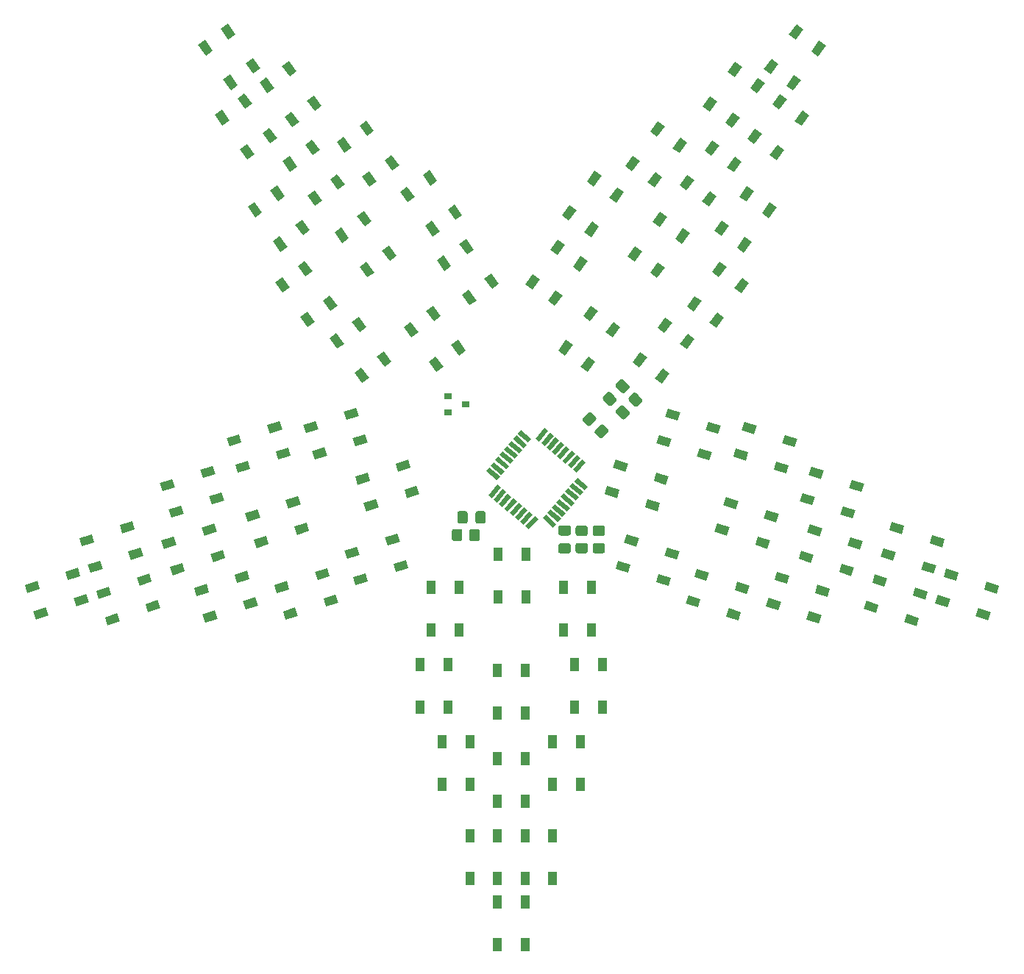
<source format=gbr>
%TF.GenerationSoftware,KiCad,Pcbnew,(5.1.8)-1*%
%TF.CreationDate,2021-10-28T00:16:18+03:00*%
%TF.ProjectId,StarDuino,53746172-4475-4696-9e6f-2e6b69636164,rev?*%
%TF.SameCoordinates,Original*%
%TF.FileFunction,Paste,Top*%
%TF.FilePolarity,Positive*%
%FSLAX46Y46*%
G04 Gerber Fmt 4.6, Leading zero omitted, Abs format (unit mm)*
G04 Created by KiCad (PCBNEW (5.1.8)-1) date 2021-10-28 00:16:18*
%MOMM*%
%LPD*%
G01*
G04 APERTURE LIST*
%ADD10C,0.100000*%
%ADD11R,0.900000X0.800000*%
%ADD12R,1.000000X1.500000*%
G04 APERTURE END LIST*
%TO.C,R4*%
G36*
G01*
X115194501Y-101200000D02*
X114294499Y-101200000D01*
G75*
G02*
X114044500Y-100950001I0J249999D01*
G01*
X114044500Y-100249999D01*
G75*
G02*
X114294499Y-100000000I249999J0D01*
G01*
X115194501Y-100000000D01*
G75*
G02*
X115444500Y-100249999I0J-249999D01*
G01*
X115444500Y-100950001D01*
G75*
G02*
X115194501Y-101200000I-249999J0D01*
G01*
G37*
G36*
G01*
X115194501Y-103200000D02*
X114294499Y-103200000D01*
G75*
G02*
X114044500Y-102950001I0J249999D01*
G01*
X114044500Y-102249999D01*
G75*
G02*
X114294499Y-102000000I249999J0D01*
G01*
X115194501Y-102000000D01*
G75*
G02*
X115444500Y-102249999I0J-249999D01*
G01*
X115444500Y-102950001D01*
G75*
G02*
X115194501Y-103200000I-249999J0D01*
G01*
G37*
%TD*%
%TO.C,R3*%
G36*
G01*
X113226001Y-101200000D02*
X112325999Y-101200000D01*
G75*
G02*
X112076000Y-100950001I0J249999D01*
G01*
X112076000Y-100249999D01*
G75*
G02*
X112325999Y-100000000I249999J0D01*
G01*
X113226001Y-100000000D01*
G75*
G02*
X113476000Y-100249999I0J-249999D01*
G01*
X113476000Y-100950001D01*
G75*
G02*
X113226001Y-101200000I-249999J0D01*
G01*
G37*
G36*
G01*
X113226001Y-103200000D02*
X112325999Y-103200000D01*
G75*
G02*
X112076000Y-102950001I0J249999D01*
G01*
X112076000Y-102249999D01*
G75*
G02*
X112325999Y-102000000I249999J0D01*
G01*
X113226001Y-102000000D01*
G75*
G02*
X113476000Y-102249999I0J-249999D01*
G01*
X113476000Y-102950001D01*
G75*
G02*
X113226001Y-103200000I-249999J0D01*
G01*
G37*
%TD*%
%TO.C,C5*%
G36*
G01*
X111282500Y-101150000D02*
X110332500Y-101150000D01*
G75*
G02*
X110082500Y-100900000I0J250000D01*
G01*
X110082500Y-100225000D01*
G75*
G02*
X110332500Y-99975000I250000J0D01*
G01*
X111282500Y-99975000D01*
G75*
G02*
X111532500Y-100225000I0J-250000D01*
G01*
X111532500Y-100900000D01*
G75*
G02*
X111282500Y-101150000I-250000J0D01*
G01*
G37*
G36*
G01*
X111282500Y-103225000D02*
X110332500Y-103225000D01*
G75*
G02*
X110082500Y-102975000I0J250000D01*
G01*
X110082500Y-102300000D01*
G75*
G02*
X110332500Y-102050000I250000J0D01*
G01*
X111282500Y-102050000D01*
G75*
G02*
X111532500Y-102300000I0J-250000D01*
G01*
X111532500Y-102975000D01*
G75*
G02*
X111282500Y-103225000I-250000J0D01*
G01*
G37*
%TD*%
%TO.C,R1*%
G36*
G01*
X114390249Y-87845851D02*
X113753851Y-88482249D01*
G75*
G02*
X113400299Y-88482249I-176776J176776D01*
G01*
X112905323Y-87987273D01*
G75*
G02*
X112905323Y-87633721I176776J176776D01*
G01*
X113541721Y-86997323D01*
G75*
G02*
X113895273Y-86997323I176776J-176776D01*
G01*
X114390249Y-87492299D01*
G75*
G02*
X114390249Y-87845851I-176776J-176776D01*
G01*
G37*
G36*
G01*
X115804463Y-89260065D02*
X115168065Y-89896463D01*
G75*
G02*
X114814513Y-89896463I-176776J176776D01*
G01*
X114319537Y-89401487D01*
G75*
G02*
X114319537Y-89047935I176776J176776D01*
G01*
X114955935Y-88411537D01*
G75*
G02*
X115309487Y-88411537I176776J-176776D01*
G01*
X115804463Y-88906513D01*
G75*
G02*
X115804463Y-89260065I-176776J-176776D01*
G01*
G37*
%TD*%
%TO.C,C4*%
G36*
G01*
X99647500Y-98585000D02*
X99647500Y-99535000D01*
G75*
G02*
X99397500Y-99785000I-250000J0D01*
G01*
X98722500Y-99785000D01*
G75*
G02*
X98472500Y-99535000I0J250000D01*
G01*
X98472500Y-98585000D01*
G75*
G02*
X98722500Y-98335000I250000J0D01*
G01*
X99397500Y-98335000D01*
G75*
G02*
X99647500Y-98585000I0J-250000D01*
G01*
G37*
G36*
G01*
X101722500Y-98585000D02*
X101722500Y-99535000D01*
G75*
G02*
X101472500Y-99785000I-250000J0D01*
G01*
X100797500Y-99785000D01*
G75*
G02*
X100547500Y-99535000I0J250000D01*
G01*
X100547500Y-98585000D01*
G75*
G02*
X100797500Y-98335000I250000J0D01*
G01*
X101472500Y-98335000D01*
G75*
G02*
X101722500Y-98585000I0J-250000D01*
G01*
G37*
%TD*%
D10*
%TO.C,D30*%
G36*
X81221544Y-61992525D02*
G01*
X82030561Y-61404740D01*
X82912238Y-62618265D01*
X82103221Y-63206050D01*
X81221544Y-61992525D01*
G37*
G36*
X83810398Y-60111612D02*
G01*
X84619415Y-59523827D01*
X85501092Y-60737352D01*
X84692075Y-61325137D01*
X83810398Y-60111612D01*
G37*
G36*
X78341396Y-58028342D02*
G01*
X79150413Y-57440557D01*
X80032090Y-58654082D01*
X79223073Y-59241867D01*
X78341396Y-58028342D01*
G37*
G36*
X80930250Y-56147429D02*
G01*
X81739267Y-55559644D01*
X82620944Y-56773169D01*
X81811927Y-57360954D01*
X80930250Y-56147429D01*
G37*
%TD*%
%TO.C,C1*%
G36*
G01*
X117395450Y-84698301D02*
X116723699Y-84026550D01*
G75*
G02*
X116723699Y-83672996I176777J176777D01*
G01*
X117200996Y-83195699D01*
G75*
G02*
X117554550Y-83195699I176777J-176777D01*
G01*
X118226301Y-83867450D01*
G75*
G02*
X118226301Y-84221004I-176777J-176777D01*
G01*
X117749004Y-84698301D01*
G75*
G02*
X117395450Y-84698301I-176777J176777D01*
G01*
G37*
G36*
G01*
X115928204Y-86165547D02*
X115256453Y-85493796D01*
G75*
G02*
X115256453Y-85140242I176777J176777D01*
G01*
X115733750Y-84662945D01*
G75*
G02*
X116087304Y-84662945I176777J-176777D01*
G01*
X116759055Y-85334696D01*
G75*
G02*
X116759055Y-85688250I-176777J-176777D01*
G01*
X116281758Y-86165547D01*
G75*
G02*
X115928204Y-86165547I-176777J176777D01*
G01*
G37*
%TD*%
%TO.C,C2*%
G36*
G01*
X117423827Y-87717924D02*
X116752076Y-87046173D01*
G75*
G02*
X116752076Y-86692619I176777J176777D01*
G01*
X117229373Y-86215322D01*
G75*
G02*
X117582927Y-86215322I176777J-176777D01*
G01*
X118254678Y-86887073D01*
G75*
G02*
X118254678Y-87240627I-176777J-176777D01*
G01*
X117777381Y-87717924D01*
G75*
G02*
X117423827Y-87717924I-176777J176777D01*
G01*
G37*
G36*
G01*
X118891073Y-86250678D02*
X118219322Y-85578927D01*
G75*
G02*
X118219322Y-85225373I176777J176777D01*
G01*
X118696619Y-84748076D01*
G75*
G02*
X119050173Y-84748076I176777J-176777D01*
G01*
X119721924Y-85419827D01*
G75*
G02*
X119721924Y-85773381I-176777J-176777D01*
G01*
X119244627Y-86250678D01*
G75*
G02*
X118891073Y-86250678I-176777J176777D01*
G01*
G37*
%TD*%
D11*
%TO.C,Q1*%
X97425000Y-85092500D03*
X97425000Y-86992500D03*
X99425000Y-86042500D03*
%TD*%
D10*
%TO.C,U1*%
G36*
X112812840Y-92369514D02*
G01*
X113234164Y-92723047D01*
X112205704Y-93948718D01*
X111784380Y-93595185D01*
X112812840Y-92369514D01*
G37*
G36*
X112200004Y-91855284D02*
G01*
X112621328Y-92208817D01*
X111592868Y-93434488D01*
X111171544Y-93080955D01*
X112200004Y-91855284D01*
G37*
G36*
X111587169Y-91341054D02*
G01*
X112008493Y-91694587D01*
X110980033Y-92920258D01*
X110558709Y-92566725D01*
X111587169Y-91341054D01*
G37*
G36*
X110974333Y-90826824D02*
G01*
X111395657Y-91180357D01*
X110367197Y-92406028D01*
X109945873Y-92052495D01*
X110974333Y-90826824D01*
G37*
G36*
X110361498Y-90312594D02*
G01*
X110782822Y-90666127D01*
X109754362Y-91891798D01*
X109333038Y-91538265D01*
X110361498Y-90312594D01*
G37*
G36*
X109748662Y-89798364D02*
G01*
X110169986Y-90151897D01*
X109141526Y-91377568D01*
X108720202Y-91024035D01*
X109748662Y-89798364D01*
G37*
G36*
X109135826Y-89284134D02*
G01*
X109557150Y-89637667D01*
X108528690Y-90863338D01*
X108107366Y-90509805D01*
X109135826Y-89284134D01*
G37*
G36*
X108522991Y-88769904D02*
G01*
X108944315Y-89123437D01*
X107915855Y-90349108D01*
X107494531Y-89995575D01*
X108522991Y-88769904D01*
G37*
G36*
X105387014Y-89434660D02*
G01*
X105740547Y-89013336D01*
X106966218Y-90041796D01*
X106612685Y-90463120D01*
X105387014Y-89434660D01*
G37*
G36*
X104872784Y-90047496D02*
G01*
X105226317Y-89626172D01*
X106451988Y-90654632D01*
X106098455Y-91075956D01*
X104872784Y-90047496D01*
G37*
G36*
X104358554Y-90660331D02*
G01*
X104712087Y-90239007D01*
X105937758Y-91267467D01*
X105584225Y-91688791D01*
X104358554Y-90660331D01*
G37*
G36*
X103844324Y-91273167D02*
G01*
X104197857Y-90851843D01*
X105423528Y-91880303D01*
X105069995Y-92301627D01*
X103844324Y-91273167D01*
G37*
G36*
X103330094Y-91886002D02*
G01*
X103683627Y-91464678D01*
X104909298Y-92493138D01*
X104555765Y-92914462D01*
X103330094Y-91886002D01*
G37*
G36*
X102815864Y-92498838D02*
G01*
X103169397Y-92077514D01*
X104395068Y-93105974D01*
X104041535Y-93527298D01*
X102815864Y-92498838D01*
G37*
G36*
X102301634Y-93111674D02*
G01*
X102655167Y-92690350D01*
X103880838Y-93718810D01*
X103527305Y-94140134D01*
X102301634Y-93111674D01*
G37*
G36*
X101787404Y-93724509D02*
G01*
X102140937Y-93303185D01*
X103366608Y-94331645D01*
X103013075Y-94752969D01*
X101787404Y-93724509D01*
G37*
G36*
X103059296Y-95281282D02*
G01*
X103480620Y-95634815D01*
X102452160Y-96860486D01*
X102030836Y-96506953D01*
X103059296Y-95281282D01*
G37*
G36*
X103672132Y-95795512D02*
G01*
X104093456Y-96149045D01*
X103064996Y-97374716D01*
X102643672Y-97021183D01*
X103672132Y-95795512D01*
G37*
G36*
X104284967Y-96309742D02*
G01*
X104706291Y-96663275D01*
X103677831Y-97888946D01*
X103256507Y-97535413D01*
X104284967Y-96309742D01*
G37*
G36*
X104897803Y-96823972D02*
G01*
X105319127Y-97177505D01*
X104290667Y-98403176D01*
X103869343Y-98049643D01*
X104897803Y-96823972D01*
G37*
G36*
X105510638Y-97338202D02*
G01*
X105931962Y-97691735D01*
X104903502Y-98917406D01*
X104482178Y-98563873D01*
X105510638Y-97338202D01*
G37*
G36*
X106123474Y-97852432D02*
G01*
X106544798Y-98205965D01*
X105516338Y-99431636D01*
X105095014Y-99078103D01*
X106123474Y-97852432D01*
G37*
G36*
X106736310Y-98366662D02*
G01*
X107157634Y-98720195D01*
X106129174Y-99945866D01*
X105707850Y-99592333D01*
X106736310Y-98366662D01*
G37*
G36*
X107349145Y-98880892D02*
G01*
X107770469Y-99234425D01*
X106742009Y-100460096D01*
X106320685Y-100106563D01*
X107349145Y-98880892D01*
G37*
G36*
X108298782Y-99188204D02*
G01*
X108652315Y-98766880D01*
X109877986Y-99795340D01*
X109524453Y-100216664D01*
X108298782Y-99188204D01*
G37*
G36*
X108813012Y-98575368D02*
G01*
X109166545Y-98154044D01*
X110392216Y-99182504D01*
X110038683Y-99603828D01*
X108813012Y-98575368D01*
G37*
G36*
X109327242Y-97962533D02*
G01*
X109680775Y-97541209D01*
X110906446Y-98569669D01*
X110552913Y-98990993D01*
X109327242Y-97962533D01*
G37*
G36*
X109841472Y-97349697D02*
G01*
X110195005Y-96928373D01*
X111420676Y-97956833D01*
X111067143Y-98378157D01*
X109841472Y-97349697D01*
G37*
G36*
X110355702Y-96736862D02*
G01*
X110709235Y-96315538D01*
X111934906Y-97343998D01*
X111581373Y-97765322D01*
X110355702Y-96736862D01*
G37*
G36*
X110869932Y-96124026D02*
G01*
X111223465Y-95702702D01*
X112449136Y-96731162D01*
X112095603Y-97152486D01*
X110869932Y-96124026D01*
G37*
G36*
X111384162Y-95511190D02*
G01*
X111737695Y-95089866D01*
X112963366Y-96118326D01*
X112609833Y-96539650D01*
X111384162Y-95511190D01*
G37*
G36*
X111898392Y-94898355D02*
G01*
X112251925Y-94477031D01*
X113477596Y-95505491D01*
X113124063Y-95926815D01*
X111898392Y-94898355D01*
G37*
%TD*%
D12*
%TO.C,D1*%
X99898744Y-140610047D03*
X103098744Y-140610047D03*
X99898744Y-135710047D03*
X103098744Y-135710047D03*
%TD*%
%TO.C,D2*%
X99923744Y-124915046D03*
X96723744Y-124915046D03*
X99923744Y-129815046D03*
X96723744Y-129815046D03*
%TD*%
%TO.C,D3*%
X94183745Y-120925046D03*
X97383745Y-120925046D03*
X94183745Y-116025046D03*
X97383745Y-116025046D03*
%TD*%
%TO.C,D4*%
X98653744Y-107135047D03*
X95453744Y-107135047D03*
X98653744Y-112035047D03*
X95453744Y-112035047D03*
%TD*%
%TO.C,D5*%
X106273743Y-143330046D03*
X103073743Y-143330046D03*
X106273743Y-148230046D03*
X103073743Y-148230046D03*
%TD*%
%TO.C,D6*%
X103073745Y-131720046D03*
X106273745Y-131720046D03*
X103073745Y-126820046D03*
X106273745Y-126820046D03*
%TD*%
%TO.C,D7*%
X106273743Y-116660046D03*
X103073743Y-116660046D03*
X106273743Y-121560046D03*
X103073743Y-121560046D03*
%TD*%
%TO.C,D8*%
X103149944Y-108237747D03*
X106349944Y-108237747D03*
X103149944Y-103337747D03*
X106349944Y-103337747D03*
%TD*%
%TO.C,D9*%
X106248744Y-140610046D03*
X109448744Y-140610046D03*
X106248744Y-135710046D03*
X109448744Y-135710046D03*
%TD*%
%TO.C,D10*%
X112623745Y-124915046D03*
X109423745Y-124915046D03*
X112623745Y-129815046D03*
X109423745Y-129815046D03*
%TD*%
%TO.C,D11*%
X111963744Y-120925046D03*
X115163744Y-120925046D03*
X111963744Y-116025046D03*
X115163744Y-116025046D03*
%TD*%
%TO.C,D12*%
X113893744Y-107135046D03*
X110693744Y-107135046D03*
X113893744Y-112035046D03*
X110693744Y-112035046D03*
%TD*%
D10*
%TO.C,D13*%
G36*
X60903875Y-103945737D02*
G01*
X60594858Y-102994680D01*
X62021443Y-102531155D01*
X62330460Y-103482212D01*
X60903875Y-103945737D01*
G37*
G36*
X59915020Y-100902356D02*
G01*
X59606003Y-99951299D01*
X61032588Y-99487774D01*
X61341605Y-100438831D01*
X59915020Y-100902356D01*
G37*
G36*
X56243698Y-105459920D02*
G01*
X55934681Y-104508863D01*
X57361266Y-104045338D01*
X57670283Y-104996395D01*
X56243698Y-105459920D01*
G37*
G36*
X55254843Y-102416539D02*
G01*
X54945826Y-101465482D01*
X56372411Y-101001957D01*
X56681428Y-101953014D01*
X55254843Y-102416539D01*
G37*
%TD*%
%TO.C,D14*%
G36*
X64544844Y-96056538D02*
G01*
X64235827Y-95105481D01*
X65662412Y-94641956D01*
X65971429Y-95593013D01*
X64544844Y-96056538D01*
G37*
G36*
X65533699Y-99099919D02*
G01*
X65224682Y-98148862D01*
X66651267Y-97685337D01*
X66960284Y-98636394D01*
X65533699Y-99099919D01*
G37*
G36*
X69205021Y-94542355D02*
G01*
X68896004Y-93591298D01*
X70322589Y-93127773D01*
X70631606Y-94078830D01*
X69205021Y-94542355D01*
G37*
G36*
X70193876Y-97585736D02*
G01*
X69884859Y-96634679D01*
X71311444Y-96171154D01*
X71620461Y-97122211D01*
X70193876Y-97585736D01*
G37*
%TD*%
%TO.C,D15*%
G36*
X77863875Y-92425737D02*
G01*
X77554858Y-91474680D01*
X78981443Y-91011155D01*
X79290460Y-91962212D01*
X77863875Y-92425737D01*
G37*
G36*
X76875020Y-89382356D02*
G01*
X76566003Y-88431299D01*
X77992588Y-87967774D01*
X78301605Y-88918831D01*
X76875020Y-89382356D01*
G37*
G36*
X73203698Y-93939920D02*
G01*
X72894681Y-92988863D01*
X74321266Y-92525338D01*
X74630283Y-93476395D01*
X73203698Y-93939920D01*
G37*
G36*
X72214843Y-90896539D02*
G01*
X71905826Y-89945482D01*
X73332411Y-89481957D01*
X73641428Y-90433014D01*
X72214843Y-90896539D01*
G37*
%TD*%
%TO.C,D16*%
G36*
X81054843Y-89356538D02*
G01*
X80745826Y-88405481D01*
X82172411Y-87941956D01*
X82481428Y-88893013D01*
X81054843Y-89356538D01*
G37*
G36*
X82043698Y-92399919D02*
G01*
X81734681Y-91448862D01*
X83161266Y-90985337D01*
X83470283Y-91936394D01*
X82043698Y-92399919D01*
G37*
G36*
X85715020Y-87842355D02*
G01*
X85406003Y-86891298D01*
X86832588Y-86427773D01*
X87141605Y-87378830D01*
X85715020Y-87842355D01*
G37*
G36*
X86703875Y-90885736D02*
G01*
X86394858Y-89934679D01*
X87821443Y-89471154D01*
X88130460Y-90422211D01*
X86703875Y-90885736D01*
G37*
%TD*%
%TO.C,D17*%
G36*
X48994843Y-107786539D02*
G01*
X48685826Y-106835482D01*
X50112411Y-106371957D01*
X50421428Y-107323014D01*
X48994843Y-107786539D01*
G37*
G36*
X49983698Y-110829920D02*
G01*
X49674681Y-109878863D01*
X51101266Y-109415338D01*
X51410283Y-110366395D01*
X49983698Y-110829920D01*
G37*
G36*
X53655020Y-106272356D02*
G01*
X53346003Y-105321299D01*
X54772588Y-104857774D01*
X55081605Y-105808831D01*
X53655020Y-106272356D01*
G37*
G36*
X54643875Y-109315737D02*
G01*
X54334858Y-108364680D01*
X55761443Y-107901155D01*
X56070460Y-108852212D01*
X54643875Y-109315737D01*
G37*
%TD*%
%TO.C,D18*%
G36*
X70343875Y-104215736D02*
G01*
X70034858Y-103264679D01*
X71461443Y-102801154D01*
X71770460Y-103752211D01*
X70343875Y-104215736D01*
G37*
G36*
X69355020Y-101172355D02*
G01*
X69046003Y-100221298D01*
X70472588Y-99757773D01*
X70781605Y-100708830D01*
X69355020Y-101172355D01*
G37*
G36*
X65683698Y-105729919D02*
G01*
X65374681Y-104778862D01*
X66801266Y-104315337D01*
X67110283Y-105266394D01*
X65683698Y-105729919D01*
G37*
G36*
X64694843Y-102686538D02*
G01*
X64385826Y-101735481D01*
X65812411Y-101271956D01*
X66121428Y-102223013D01*
X64694843Y-102686538D01*
G37*
%TD*%
%TO.C,D19*%
G36*
X74354845Y-99546538D02*
G01*
X74045828Y-98595481D01*
X75472413Y-98131956D01*
X75781430Y-99083013D01*
X74354845Y-99546538D01*
G37*
G36*
X75343700Y-102589919D02*
G01*
X75034683Y-101638862D01*
X76461268Y-101175337D01*
X76770285Y-102126394D01*
X75343700Y-102589919D01*
G37*
G36*
X79015022Y-98032355D02*
G01*
X78706005Y-97081298D01*
X80132590Y-96617773D01*
X80441607Y-97568830D01*
X79015022Y-98032355D01*
G37*
G36*
X80003877Y-101075736D02*
G01*
X79694860Y-100124679D01*
X81121445Y-99661154D01*
X81430462Y-100612211D01*
X80003877Y-101075736D01*
G37*
%TD*%
%TO.C,D20*%
G36*
X92664676Y-96845635D02*
G01*
X92355659Y-95894578D01*
X93782244Y-95431053D01*
X94091261Y-96382110D01*
X92664676Y-96845635D01*
G37*
G36*
X91675821Y-93802254D02*
G01*
X91366804Y-92851197D01*
X92793389Y-92387672D01*
X93102406Y-93338729D01*
X91675821Y-93802254D01*
G37*
G36*
X88004499Y-98359818D02*
G01*
X87695482Y-97408761D01*
X89122067Y-96945236D01*
X89431084Y-97896293D01*
X88004499Y-98359818D01*
G37*
G36*
X87015644Y-95316437D02*
G01*
X86706627Y-94365380D01*
X88133212Y-93901855D01*
X88442229Y-94852912D01*
X87015644Y-95316437D01*
G37*
%TD*%
%TO.C,D21*%
G36*
X62863875Y-109985737D02*
G01*
X62554858Y-109034680D01*
X63981443Y-108571155D01*
X64290460Y-109522212D01*
X62863875Y-109985737D01*
G37*
G36*
X61875020Y-106942356D02*
G01*
X61566003Y-105991299D01*
X62992588Y-105527774D01*
X63301605Y-106478831D01*
X61875020Y-106942356D01*
G37*
G36*
X58203698Y-111499920D02*
G01*
X57894681Y-110548863D01*
X59321266Y-110085338D01*
X59630283Y-111036395D01*
X58203698Y-111499920D01*
G37*
G36*
X57214843Y-108456539D02*
G01*
X56905826Y-107505482D01*
X58332411Y-107041957D01*
X58641428Y-107993014D01*
X57214843Y-108456539D01*
G37*
%TD*%
%TO.C,D22*%
G36*
X68464843Y-108136538D02*
G01*
X68155826Y-107185481D01*
X69582411Y-106721956D01*
X69891428Y-107673013D01*
X68464843Y-108136538D01*
G37*
G36*
X69453698Y-111179919D02*
G01*
X69144681Y-110228862D01*
X70571266Y-109765337D01*
X70880283Y-110716394D01*
X69453698Y-111179919D01*
G37*
G36*
X73125020Y-106622355D02*
G01*
X72816003Y-105671298D01*
X74242588Y-105207773D01*
X74551605Y-106158830D01*
X73125020Y-106622355D01*
G37*
G36*
X74113875Y-109665736D02*
G01*
X73804858Y-108714679D01*
X75231443Y-108251154D01*
X75540460Y-109202211D01*
X74113875Y-109665736D01*
G37*
%TD*%
%TO.C,D23*%
G36*
X83353877Y-109335737D02*
G01*
X83044860Y-108384680D01*
X84471445Y-107921155D01*
X84780462Y-108872212D01*
X83353877Y-109335737D01*
G37*
G36*
X82365022Y-106292356D02*
G01*
X82056005Y-105341299D01*
X83482590Y-104877774D01*
X83791607Y-105828831D01*
X82365022Y-106292356D01*
G37*
G36*
X78693700Y-110849920D02*
G01*
X78384683Y-109898863D01*
X79811268Y-109435338D01*
X80120285Y-110386395D01*
X78693700Y-110849920D01*
G37*
G36*
X77704845Y-107806539D02*
G01*
X77395828Y-106855482D01*
X78822413Y-106391957D01*
X79131430Y-107343014D01*
X77704845Y-107806539D01*
G37*
%TD*%
%TO.C,D24*%
G36*
X85764843Y-103846538D02*
G01*
X85455826Y-102895481D01*
X86882411Y-102431956D01*
X87191428Y-103383013D01*
X85764843Y-103846538D01*
G37*
G36*
X86753698Y-106889919D02*
G01*
X86444681Y-105938862D01*
X87871266Y-105475337D01*
X88180283Y-106426394D01*
X86753698Y-106889919D01*
G37*
G36*
X90425020Y-102332355D02*
G01*
X90116003Y-101381298D01*
X91542588Y-100917773D01*
X91851605Y-101868830D01*
X90425020Y-102332355D01*
G37*
G36*
X91413875Y-105375736D02*
G01*
X91104858Y-104424679D01*
X92531443Y-103961154D01*
X92840460Y-104912211D01*
X91413875Y-105375736D01*
G37*
%TD*%
%TO.C,D25*%
G36*
X78270250Y-47087429D02*
G01*
X79079267Y-46499644D01*
X79960944Y-47713169D01*
X79151927Y-48300954D01*
X78270250Y-47087429D01*
G37*
G36*
X75681396Y-48968342D02*
G01*
X76490413Y-48380557D01*
X77372090Y-49594082D01*
X76563073Y-50181867D01*
X75681396Y-48968342D01*
G37*
G36*
X81150398Y-51051612D02*
G01*
X81959415Y-50463827D01*
X82841092Y-51677352D01*
X82032075Y-52265137D01*
X81150398Y-51051612D01*
G37*
G36*
X78561544Y-52932525D02*
G01*
X79370561Y-52344740D01*
X80252238Y-53558265D01*
X79443221Y-54146050D01*
X78561544Y-52932525D01*
G37*
%TD*%
%TO.C,D26*%
G36*
X87481544Y-59792525D02*
G01*
X88290561Y-59204740D01*
X89172238Y-60418265D01*
X88363221Y-61006050D01*
X87481544Y-59792525D01*
G37*
G36*
X90070398Y-57911612D02*
G01*
X90879415Y-57323827D01*
X91761092Y-58537352D01*
X90952075Y-59125137D01*
X90070398Y-57911612D01*
G37*
G36*
X84601396Y-55828342D02*
G01*
X85410413Y-55240557D01*
X86292090Y-56454082D01*
X85483073Y-57041867D01*
X84601396Y-55828342D01*
G37*
G36*
X87190250Y-53947429D02*
G01*
X87999267Y-53359644D01*
X88880944Y-54573169D01*
X88071927Y-55160954D01*
X87190250Y-53947429D01*
G37*
%TD*%
%TO.C,D27*%
G36*
X94470250Y-59647428D02*
G01*
X95279267Y-59059643D01*
X96160944Y-60273168D01*
X95351927Y-60860953D01*
X94470250Y-59647428D01*
G37*
G36*
X91881396Y-61528341D02*
G01*
X92690413Y-60940556D01*
X93572090Y-62154081D01*
X92763073Y-62741866D01*
X91881396Y-61528341D01*
G37*
G36*
X97350398Y-63611611D02*
G01*
X98159415Y-63023826D01*
X99041092Y-64237351D01*
X98232075Y-64825136D01*
X97350398Y-63611611D01*
G37*
G36*
X94761544Y-65492524D02*
G01*
X95570561Y-64904739D01*
X96452238Y-66118264D01*
X95643221Y-66706049D01*
X94761544Y-65492524D01*
G37*
%TD*%
%TO.C,D28*%
G36*
X98670250Y-67587428D02*
G01*
X99479267Y-66999643D01*
X100360944Y-68213168D01*
X99551927Y-68800953D01*
X98670250Y-67587428D01*
G37*
G36*
X96081396Y-69468341D02*
G01*
X96890413Y-68880556D01*
X97772090Y-70094081D01*
X96963073Y-70681866D01*
X96081396Y-69468341D01*
G37*
G36*
X101550398Y-71551611D02*
G01*
X102359415Y-70963826D01*
X103241092Y-72177351D01*
X102432075Y-72765136D01*
X101550398Y-71551611D01*
G37*
G36*
X98961544Y-73432524D02*
G01*
X99770561Y-72844739D01*
X100652238Y-74058264D01*
X99843221Y-74646049D01*
X98961544Y-73432524D01*
G37*
%TD*%
%TO.C,D29*%
G36*
X71521543Y-48632525D02*
G01*
X72330560Y-48044740D01*
X73212237Y-49258265D01*
X72403220Y-49846050D01*
X71521543Y-48632525D01*
G37*
G36*
X74110397Y-46751612D02*
G01*
X74919414Y-46163827D01*
X75801091Y-47377352D01*
X74992074Y-47965137D01*
X74110397Y-46751612D01*
G37*
G36*
X68641395Y-44668342D02*
G01*
X69450412Y-44080557D01*
X70332089Y-45294082D01*
X69523072Y-45881867D01*
X68641395Y-44668342D01*
G37*
G36*
X71230249Y-42787429D02*
G01*
X72039266Y-42199644D01*
X72920943Y-43413169D01*
X72111926Y-44000954D01*
X71230249Y-42787429D01*
G37*
%TD*%
%TO.C,D31*%
G36*
X87191543Y-70212525D02*
G01*
X88000560Y-69624740D01*
X88882237Y-70838265D01*
X88073220Y-71426050D01*
X87191543Y-70212525D01*
G37*
G36*
X89780397Y-68331612D02*
G01*
X90589414Y-67743827D01*
X91471091Y-68957352D01*
X90662074Y-69545137D01*
X89780397Y-68331612D01*
G37*
G36*
X84311395Y-66248342D02*
G01*
X85120412Y-65660557D01*
X86002089Y-66874082D01*
X85193072Y-67461867D01*
X84311395Y-66248342D01*
G37*
G36*
X86900249Y-64367429D02*
G01*
X87709266Y-63779644D01*
X88590943Y-64993169D01*
X87781926Y-65580954D01*
X86900249Y-64367429D01*
G37*
%TD*%
%TO.C,D32*%
G36*
X94868949Y-75247329D02*
G01*
X95677966Y-74659544D01*
X96559643Y-75873069D01*
X95750626Y-76460854D01*
X94868949Y-75247329D01*
G37*
G36*
X92280095Y-77128242D02*
G01*
X93089112Y-76540457D01*
X93970789Y-77753982D01*
X93161772Y-78341767D01*
X92280095Y-77128242D01*
G37*
G36*
X97749097Y-79211512D02*
G01*
X98558114Y-78623727D01*
X99439791Y-79837252D01*
X98630774Y-80425037D01*
X97749097Y-79211512D01*
G37*
G36*
X95160243Y-81092425D02*
G01*
X95969260Y-80504640D01*
X96850937Y-81718165D01*
X96041920Y-82305950D01*
X95160243Y-81092425D01*
G37*
%TD*%
%TO.C,D33*%
G36*
X73431545Y-56662524D02*
G01*
X74240562Y-56074739D01*
X75122239Y-57288264D01*
X74313222Y-57876049D01*
X73431545Y-56662524D01*
G37*
G36*
X76020399Y-54781611D02*
G01*
X76829416Y-54193826D01*
X77711093Y-55407351D01*
X76902076Y-55995136D01*
X76020399Y-54781611D01*
G37*
G36*
X70551397Y-52698341D02*
G01*
X71360414Y-52110556D01*
X72242091Y-53324081D01*
X71433074Y-53911866D01*
X70551397Y-52698341D01*
G37*
G36*
X73140251Y-50817428D02*
G01*
X73949268Y-50229643D01*
X74830945Y-51443168D01*
X74021928Y-52030953D01*
X73140251Y-50817428D01*
G37*
%TD*%
%TO.C,D34*%
G36*
X76910249Y-61417428D02*
G01*
X77719266Y-60829643D01*
X78600943Y-62043168D01*
X77791926Y-62630953D01*
X76910249Y-61417428D01*
G37*
G36*
X74321395Y-63298341D02*
G01*
X75130412Y-62710556D01*
X76012089Y-63924081D01*
X75203072Y-64511866D01*
X74321395Y-63298341D01*
G37*
G36*
X79790397Y-65381611D02*
G01*
X80599414Y-64793826D01*
X81481091Y-66007351D01*
X80672074Y-66595136D01*
X79790397Y-65381611D01*
G37*
G36*
X77201543Y-67262524D02*
G01*
X78010560Y-66674739D01*
X78892237Y-67888264D01*
X78083220Y-68476049D01*
X77201543Y-67262524D01*
G37*
%TD*%
%TO.C,D35*%
G36*
X80371543Y-75942525D02*
G01*
X81180560Y-75354740D01*
X82062237Y-76568265D01*
X81253220Y-77156050D01*
X80371543Y-75942525D01*
G37*
G36*
X82960397Y-74061612D02*
G01*
X83769414Y-73473827D01*
X84651091Y-74687352D01*
X83842074Y-75275137D01*
X82960397Y-74061612D01*
G37*
G36*
X77491395Y-71978342D02*
G01*
X78300412Y-71390557D01*
X79182089Y-72604082D01*
X78373072Y-73191867D01*
X77491395Y-71978342D01*
G37*
G36*
X80080249Y-70097429D02*
G01*
X80889266Y-69509644D01*
X81770943Y-70723169D01*
X80961926Y-71310954D01*
X80080249Y-70097429D01*
G37*
%TD*%
%TO.C,D36*%
G36*
X86340250Y-76547428D02*
G01*
X87149267Y-75959643D01*
X88030944Y-77173168D01*
X87221927Y-77760953D01*
X86340250Y-76547428D01*
G37*
G36*
X83751396Y-78428341D02*
G01*
X84560413Y-77840556D01*
X85442090Y-79054081D01*
X84633073Y-79641866D01*
X83751396Y-78428341D01*
G37*
G36*
X89220398Y-80511611D02*
G01*
X90029415Y-79923826D01*
X90911092Y-81137351D01*
X90102075Y-81725136D01*
X89220398Y-80511611D01*
G37*
G36*
X86631544Y-82392524D02*
G01*
X87440561Y-81804739D01*
X88322238Y-83018264D01*
X87513221Y-83606049D01*
X86631544Y-82392524D01*
G37*
%TD*%
%TO.C,D37*%
G36*
X132695872Y-54270025D02*
G01*
X133504889Y-54857810D01*
X132623212Y-56071335D01*
X131814195Y-55483550D01*
X132695872Y-54270025D01*
G37*
G36*
X135284726Y-56150938D02*
G01*
X136093743Y-56738723D01*
X135212066Y-57952248D01*
X134403049Y-57364463D01*
X135284726Y-56150938D01*
G37*
G36*
X135576020Y-50305842D02*
G01*
X136385037Y-50893627D01*
X135503360Y-52107152D01*
X134694343Y-51519367D01*
X135576020Y-50305842D01*
G37*
G36*
X138164874Y-52186755D02*
G01*
X138973891Y-52774540D01*
X138092214Y-53988065D01*
X137283197Y-53400280D01*
X138164874Y-52186755D01*
G37*
%TD*%
%TO.C,D38*%
G36*
X134394875Y-62786757D02*
G01*
X135203892Y-63374542D01*
X134322215Y-64588067D01*
X133513198Y-64000282D01*
X134394875Y-62786757D01*
G37*
G36*
X131806021Y-60905844D02*
G01*
X132615038Y-61493629D01*
X131733361Y-62707154D01*
X130924344Y-62119369D01*
X131806021Y-60905844D01*
G37*
G36*
X131514727Y-66750940D02*
G01*
X132323744Y-67338725D01*
X131442067Y-68552250D01*
X130633050Y-67964465D01*
X131514727Y-66750940D01*
G37*
G36*
X128925873Y-64870027D02*
G01*
X129734890Y-65457812D01*
X128853213Y-66671337D01*
X128044196Y-66083552D01*
X128925873Y-64870027D01*
G37*
%TD*%
%TO.C,D39*%
G36*
X125755872Y-73550027D02*
G01*
X126564889Y-74137812D01*
X125683212Y-75351337D01*
X124874195Y-74763552D01*
X125755872Y-73550027D01*
G37*
G36*
X128344726Y-75430940D02*
G01*
X129153743Y-76018725D01*
X128272066Y-77232250D01*
X127463049Y-76644465D01*
X128344726Y-75430940D01*
G37*
G36*
X128636020Y-69585844D02*
G01*
X129445037Y-70173629D01*
X128563360Y-71387154D01*
X127754343Y-70799369D01*
X128636020Y-69585844D01*
G37*
G36*
X131224874Y-71466757D02*
G01*
X132033891Y-72054542D01*
X131152214Y-73268067D01*
X130343197Y-72680282D01*
X131224874Y-71466757D01*
G37*
%TD*%
%TO.C,D40*%
G36*
X124964874Y-77916756D02*
G01*
X125773891Y-78504541D01*
X124892214Y-79718066D01*
X124083197Y-79130281D01*
X124964874Y-77916756D01*
G37*
G36*
X122376020Y-76035843D02*
G01*
X123185037Y-76623628D01*
X122303360Y-77837153D01*
X121494343Y-77249368D01*
X122376020Y-76035843D01*
G37*
G36*
X122084726Y-81880939D02*
G01*
X122893743Y-82468724D01*
X122012066Y-83682249D01*
X121203049Y-83094464D01*
X122084726Y-81880939D01*
G37*
G36*
X119495872Y-80000026D02*
G01*
X120304889Y-80587811D01*
X119423212Y-81801336D01*
X118614195Y-81213551D01*
X119495872Y-80000026D01*
G37*
%TD*%
%TO.C,D41*%
G36*
X134605872Y-46240027D02*
G01*
X135414889Y-46827812D01*
X134533212Y-48041337D01*
X133724195Y-47453552D01*
X134605872Y-46240027D01*
G37*
G36*
X137194726Y-48120940D02*
G01*
X138003743Y-48708725D01*
X137122066Y-49922250D01*
X136313049Y-49334465D01*
X137194726Y-48120940D01*
G37*
G36*
X137486020Y-42275844D02*
G01*
X138295037Y-42863629D01*
X137413360Y-44077154D01*
X136604343Y-43489369D01*
X137486020Y-42275844D01*
G37*
G36*
X140074874Y-44156757D02*
G01*
X140883891Y-44744542D01*
X140002214Y-45958067D01*
X139193197Y-45370282D01*
X140074874Y-44156757D01*
G37*
%TD*%
%TO.C,D42*%
G36*
X130374876Y-57516757D02*
G01*
X131183893Y-58104542D01*
X130302216Y-59318067D01*
X129493199Y-58730282D01*
X130374876Y-57516757D01*
G37*
G36*
X127786022Y-55635844D02*
G01*
X128595039Y-56223629D01*
X127713362Y-57437154D01*
X126904345Y-56849369D01*
X127786022Y-55635844D01*
G37*
G36*
X127494728Y-61480940D02*
G01*
X128303745Y-62068725D01*
X127422068Y-63282250D01*
X126613051Y-62694465D01*
X127494728Y-61480940D01*
G37*
G36*
X124905874Y-59600027D02*
G01*
X125714891Y-60187812D01*
X124833214Y-61401337D01*
X124024197Y-60813552D01*
X124905874Y-59600027D01*
G37*
%TD*%
%TO.C,D43*%
G36*
X118935873Y-67820026D02*
G01*
X119744890Y-68407811D01*
X118863213Y-69621336D01*
X118054196Y-69033551D01*
X118935873Y-67820026D01*
G37*
G36*
X121524727Y-69700939D02*
G01*
X122333744Y-70288724D01*
X121452067Y-71502249D01*
X120643050Y-70914464D01*
X121524727Y-69700939D01*
G37*
G36*
X121816021Y-63855843D02*
G01*
X122625038Y-64443628D01*
X121743361Y-65657153D01*
X120934344Y-65069368D01*
X121816021Y-63855843D01*
G37*
G36*
X124404875Y-65736756D02*
G01*
X125213892Y-66324541D01*
X124332215Y-67538066D01*
X123523198Y-66950281D01*
X124404875Y-65736756D01*
G37*
%TD*%
%TO.C,D44*%
G36*
X116410775Y-76540457D02*
G01*
X117219792Y-77128242D01*
X116338115Y-78341767D01*
X115529098Y-77753982D01*
X116410775Y-76540457D01*
G37*
G36*
X113821921Y-74659544D02*
G01*
X114630938Y-75247329D01*
X113749261Y-76460854D01*
X112940244Y-75873069D01*
X113821921Y-74659544D01*
G37*
G36*
X113530627Y-80504640D02*
G01*
X114339644Y-81092425D01*
X113457967Y-82305950D01*
X112648950Y-81718165D01*
X113530627Y-80504640D01*
G37*
G36*
X110941773Y-78623727D02*
G01*
X111750790Y-79211512D01*
X110869113Y-80425037D01*
X110060096Y-79837252D01*
X110941773Y-78623727D01*
G37*
%TD*%
%TO.C,D45*%
G36*
X127565872Y-50540027D02*
G01*
X128374889Y-51127812D01*
X127493212Y-52341337D01*
X126684195Y-51753552D01*
X127565872Y-50540027D01*
G37*
G36*
X130154726Y-52420940D02*
G01*
X130963743Y-53008725D01*
X130082066Y-54222250D01*
X129273049Y-53634465D01*
X130154726Y-52420940D01*
G37*
G36*
X130446020Y-46575844D02*
G01*
X131255037Y-47163629D01*
X130373360Y-48377154D01*
X129564343Y-47789369D01*
X130446020Y-46575844D01*
G37*
G36*
X133034874Y-48456757D02*
G01*
X133843891Y-49044542D01*
X132962214Y-50258067D01*
X132153197Y-49670282D01*
X133034874Y-48456757D01*
G37*
%TD*%
%TO.C,D46*%
G36*
X124114875Y-55316756D02*
G01*
X124923892Y-55904541D01*
X124042215Y-57118066D01*
X123233198Y-56530281D01*
X124114875Y-55316756D01*
G37*
G36*
X121526021Y-53435843D02*
G01*
X122335038Y-54023628D01*
X121453361Y-55237153D01*
X120644344Y-54649368D01*
X121526021Y-53435843D01*
G37*
G36*
X121234727Y-59280939D02*
G01*
X122043744Y-59868724D01*
X121162067Y-61082249D01*
X120353050Y-60494464D01*
X121234727Y-59280939D01*
G37*
G36*
X118645873Y-57400026D02*
G01*
X119454890Y-57987811D01*
X118573213Y-59201336D01*
X117764196Y-58613551D01*
X118645873Y-57400026D01*
G37*
%TD*%
%TO.C,D47*%
G36*
X116834874Y-61016757D02*
G01*
X117643891Y-61604542D01*
X116762214Y-62818067D01*
X115953197Y-62230282D01*
X116834874Y-61016757D01*
G37*
G36*
X114246020Y-59135844D02*
G01*
X115055037Y-59723629D01*
X114173360Y-60937154D01*
X113364343Y-60349369D01*
X114246020Y-59135844D01*
G37*
G36*
X113954726Y-64980940D02*
G01*
X114763743Y-65568725D01*
X113882066Y-66782250D01*
X113073049Y-66194465D01*
X113954726Y-64980940D01*
G37*
G36*
X111365872Y-63100027D02*
G01*
X112174889Y-63687812D01*
X111293212Y-64901337D01*
X110484195Y-64313552D01*
X111365872Y-63100027D01*
G37*
%TD*%
%TO.C,D48*%
G36*
X112634875Y-68956757D02*
G01*
X113443892Y-69544542D01*
X112562215Y-70758067D01*
X111753198Y-70170282D01*
X112634875Y-68956757D01*
G37*
G36*
X110046021Y-67075844D02*
G01*
X110855038Y-67663629D01*
X109973361Y-68877154D01*
X109164344Y-68289369D01*
X110046021Y-67075844D01*
G37*
G36*
X109754727Y-72920940D02*
G01*
X110563744Y-73508725D01*
X109682067Y-74722250D01*
X108873050Y-74134465D01*
X109754727Y-72920940D01*
G37*
G36*
X107165873Y-71040027D02*
G01*
X107974890Y-71627812D01*
X107093213Y-72841337D01*
X106284196Y-72253552D01*
X107165873Y-71040027D01*
G37*
%TD*%
%TO.C,D49*%
G36*
X147946583Y-106080199D02*
G01*
X147637566Y-107031256D01*
X146210981Y-106567731D01*
X146519998Y-105616674D01*
X147946583Y-106080199D01*
G37*
G36*
X146957728Y-109123580D02*
G01*
X146648711Y-110074637D01*
X145222126Y-109611112D01*
X145531143Y-108660055D01*
X146957728Y-109123580D01*
G37*
G36*
X152606760Y-107594382D02*
G01*
X152297743Y-108545439D01*
X150871158Y-108081914D01*
X151180175Y-107130857D01*
X152606760Y-107594382D01*
G37*
G36*
X151617905Y-110637763D02*
G01*
X151308888Y-111588820D01*
X149882303Y-111125295D01*
X150191320Y-110174238D01*
X151617905Y-110637763D01*
G37*
%TD*%
%TO.C,D50*%
G36*
X140367906Y-110317763D02*
G01*
X140058889Y-111268820D01*
X138632304Y-110805295D01*
X138941321Y-109854238D01*
X140367906Y-110317763D01*
G37*
G36*
X141356761Y-107274382D02*
G01*
X141047744Y-108225439D01*
X139621159Y-107761914D01*
X139930176Y-106810857D01*
X141356761Y-107274382D01*
G37*
G36*
X135707729Y-108803580D02*
G01*
X135398712Y-109754637D01*
X133972127Y-109291112D01*
X134281144Y-108340055D01*
X135707729Y-108803580D01*
G37*
G36*
X136696584Y-105760199D02*
G01*
X136387567Y-106711256D01*
X134960982Y-106247731D01*
X135269999Y-105296674D01*
X136696584Y-105760199D01*
G37*
%TD*%
%TO.C,D51*%
G36*
X127456582Y-105430199D02*
G01*
X127147565Y-106381256D01*
X125720980Y-105917731D01*
X126029997Y-104966674D01*
X127456582Y-105430199D01*
G37*
G36*
X126467727Y-108473580D02*
G01*
X126158710Y-109424637D01*
X124732125Y-108961112D01*
X125041142Y-108010055D01*
X126467727Y-108473580D01*
G37*
G36*
X132116759Y-106944382D02*
G01*
X131807742Y-107895439D01*
X130381157Y-107431914D01*
X130690174Y-106480857D01*
X132116759Y-106944382D01*
G37*
G36*
X131127904Y-109987763D02*
G01*
X130818887Y-110938820D01*
X129392302Y-110475295D01*
X129701319Y-109524238D01*
X131127904Y-109987763D01*
G37*
%TD*%
%TO.C,D52*%
G36*
X123067905Y-106027763D02*
G01*
X122758888Y-106978820D01*
X121332303Y-106515295D01*
X121641320Y-105564238D01*
X123067905Y-106027763D01*
G37*
G36*
X124056760Y-102984382D02*
G01*
X123747743Y-103935439D01*
X122321158Y-103471914D01*
X122630175Y-102520857D01*
X124056760Y-102984382D01*
G37*
G36*
X118407728Y-104513580D02*
G01*
X118098711Y-105464637D01*
X116672126Y-105001112D01*
X116981143Y-104050055D01*
X118407728Y-104513580D01*
G37*
G36*
X119396583Y-101470199D02*
G01*
X119087566Y-102421256D01*
X117660981Y-101957731D01*
X117969998Y-101006674D01*
X119396583Y-101470199D01*
G37*
%TD*%
%TO.C,D53*%
G36*
X156166583Y-105410199D02*
G01*
X155857566Y-106361256D01*
X154430981Y-105897731D01*
X154739998Y-104946674D01*
X156166583Y-105410199D01*
G37*
G36*
X155177728Y-108453580D02*
G01*
X154868711Y-109404637D01*
X153442126Y-108941112D01*
X153751143Y-107990055D01*
X155177728Y-108453580D01*
G37*
G36*
X160826760Y-106924382D02*
G01*
X160517743Y-107875439D01*
X159091158Y-107411914D01*
X159400175Y-106460857D01*
X160826760Y-106924382D01*
G37*
G36*
X159837905Y-109967763D02*
G01*
X159528888Y-110918820D01*
X158102303Y-110455295D01*
X158411320Y-109504238D01*
X159837905Y-109967763D01*
G37*
%TD*%
%TO.C,D54*%
G36*
X144137906Y-104867763D02*
G01*
X143828889Y-105818820D01*
X142402304Y-105355295D01*
X142711321Y-104404238D01*
X144137906Y-104867763D01*
G37*
G36*
X145126761Y-101824382D02*
G01*
X144817744Y-102775439D01*
X143391159Y-102311914D01*
X143700176Y-101360857D01*
X145126761Y-101824382D01*
G37*
G36*
X139477729Y-103353580D02*
G01*
X139168712Y-104304637D01*
X137742127Y-103841112D01*
X138051144Y-102890055D01*
X139477729Y-103353580D01*
G37*
G36*
X140466584Y-100310199D02*
G01*
X140157567Y-101261256D01*
X138730982Y-100797731D01*
X139039999Y-99846674D01*
X140466584Y-100310199D01*
G37*
%TD*%
%TO.C,D55*%
G36*
X130806584Y-97170198D02*
G01*
X130497567Y-98121255D01*
X129070982Y-97657730D01*
X129379999Y-96706673D01*
X130806584Y-97170198D01*
G37*
G36*
X129817729Y-100213579D02*
G01*
X129508712Y-101164636D01*
X128082127Y-100701111D01*
X128391144Y-99750054D01*
X129817729Y-100213579D01*
G37*
G36*
X135466761Y-98684381D02*
G01*
X135157744Y-99635438D01*
X133731159Y-99171913D01*
X134040176Y-98220856D01*
X135466761Y-98684381D01*
G37*
G36*
X134477906Y-101727762D02*
G01*
X134168889Y-102678819D01*
X132742304Y-102215294D01*
X133051321Y-101264237D01*
X134477906Y-101727762D01*
G37*
%TD*%
%TO.C,D56*%
G36*
X121804407Y-97408762D02*
G01*
X121495390Y-98359819D01*
X120068805Y-97896294D01*
X120377822Y-96945237D01*
X121804407Y-97408762D01*
G37*
G36*
X122793262Y-94365381D02*
G01*
X122484245Y-95316438D01*
X121057660Y-94852913D01*
X121366677Y-93901856D01*
X122793262Y-94365381D01*
G37*
G36*
X117144230Y-95894579D02*
G01*
X116835213Y-96845636D01*
X115408628Y-96382111D01*
X115717645Y-95431054D01*
X117144230Y-95894579D01*
G37*
G36*
X118133085Y-92851198D02*
G01*
X117824068Y-93802255D01*
X116397483Y-93338730D01*
X116706500Y-92387673D01*
X118133085Y-92851198D01*
G37*
%TD*%
%TO.C,D57*%
G36*
X149906584Y-100040198D02*
G01*
X149597567Y-100991255D01*
X148170982Y-100527730D01*
X148479999Y-99576673D01*
X149906584Y-100040198D01*
G37*
G36*
X148917729Y-103083579D02*
G01*
X148608712Y-104034636D01*
X147182127Y-103571111D01*
X147491144Y-102620054D01*
X148917729Y-103083579D01*
G37*
G36*
X154566761Y-101554381D02*
G01*
X154257744Y-102505438D01*
X152831159Y-102041913D01*
X153140176Y-101090856D01*
X154566761Y-101554381D01*
G37*
G36*
X153577906Y-104597762D02*
G01*
X153268889Y-105548819D01*
X151842304Y-105085294D01*
X152151321Y-104134237D01*
X153577906Y-104597762D01*
G37*
%TD*%
%TO.C,D58*%
G36*
X140616584Y-93680199D02*
G01*
X140307567Y-94631256D01*
X138880982Y-94167731D01*
X139189999Y-93216674D01*
X140616584Y-93680199D01*
G37*
G36*
X139627729Y-96723580D02*
G01*
X139318712Y-97674637D01*
X137892127Y-97211112D01*
X138201144Y-96260055D01*
X139627729Y-96723580D01*
G37*
G36*
X145276761Y-95194382D02*
G01*
X144967744Y-96145439D01*
X143541159Y-95681914D01*
X143850176Y-94730857D01*
X145276761Y-95194382D01*
G37*
G36*
X144287906Y-98237763D02*
G01*
X143978889Y-99188820D01*
X142552304Y-98725295D01*
X142861321Y-97774238D01*
X144287906Y-98237763D01*
G37*
%TD*%
%TO.C,D59*%
G36*
X136617906Y-93077763D02*
G01*
X136308889Y-94028820D01*
X134882304Y-93565295D01*
X135191321Y-92614238D01*
X136617906Y-93077763D01*
G37*
G36*
X137606761Y-90034382D02*
G01*
X137297744Y-90985439D01*
X135871159Y-90521914D01*
X136180176Y-89570857D01*
X137606761Y-90034382D01*
G37*
G36*
X131957729Y-91563580D02*
G01*
X131648712Y-92514637D01*
X130222127Y-92051112D01*
X130531144Y-91100055D01*
X131957729Y-91563580D01*
G37*
G36*
X132946584Y-88520199D02*
G01*
X132637567Y-89471256D01*
X131210982Y-89007731D01*
X131519999Y-88056674D01*
X132946584Y-88520199D01*
G37*
%TD*%
%TO.C,D60*%
G36*
X127777907Y-91537762D02*
G01*
X127468890Y-92488819D01*
X126042305Y-92025294D01*
X126351322Y-91074237D01*
X127777907Y-91537762D01*
G37*
G36*
X128766762Y-88494381D02*
G01*
X128457745Y-89445438D01*
X127031160Y-88981913D01*
X127340177Y-88030856D01*
X128766762Y-88494381D01*
G37*
G36*
X123117730Y-90023579D02*
G01*
X122808713Y-90974636D01*
X121382128Y-90511111D01*
X121691145Y-89560054D01*
X123117730Y-90023579D01*
G37*
G36*
X124106585Y-86980198D02*
G01*
X123797568Y-87931255D01*
X122370983Y-87467730D01*
X122680000Y-86516673D01*
X124106585Y-86980198D01*
G37*
%TD*%
%TO.C,R2*%
G36*
G01*
X97841000Y-101542001D02*
X97841000Y-100641999D01*
G75*
G02*
X98090999Y-100392000I249999J0D01*
G01*
X98791001Y-100392000D01*
G75*
G02*
X99041000Y-100641999I0J-249999D01*
G01*
X99041000Y-101542001D01*
G75*
G02*
X98791001Y-101792000I-249999J0D01*
G01*
X98090999Y-101792000D01*
G75*
G02*
X97841000Y-101542001I0J249999D01*
G01*
G37*
G36*
G01*
X99841000Y-101542001D02*
X99841000Y-100641999D01*
G75*
G02*
X100090999Y-100392000I249999J0D01*
G01*
X100791001Y-100392000D01*
G75*
G02*
X101041000Y-100641999I0J-249999D01*
G01*
X101041000Y-101542001D01*
G75*
G02*
X100791001Y-101792000I-249999J0D01*
G01*
X100090999Y-101792000D01*
G75*
G02*
X99841000Y-101542001I0J249999D01*
G01*
G37*
%TD*%
M02*

</source>
